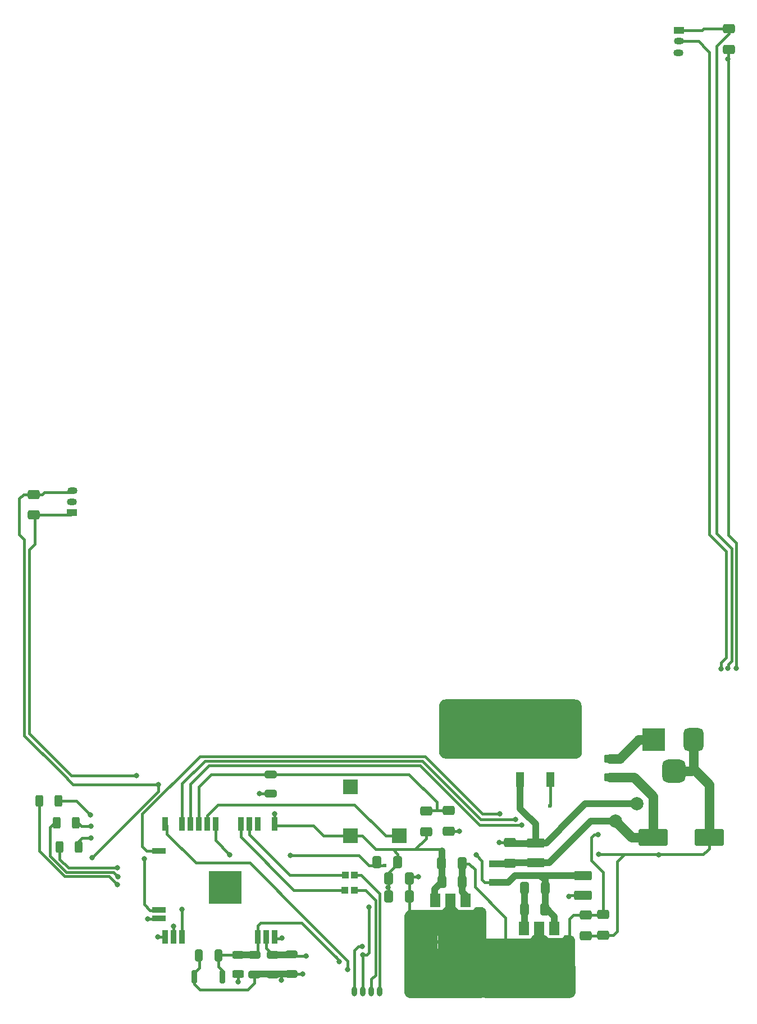
<source format=gbr>
%TF.GenerationSoftware,KiCad,Pcbnew,(6.0.0)*%
%TF.CreationDate,2022-06-08T16:09:46+02:00*%
%TF.ProjectId,HotPlate,486f7450-6c61-4746-952e-6b696361645f,1.0*%
%TF.SameCoordinates,Original*%
%TF.FileFunction,Copper,L2,Bot*%
%TF.FilePolarity,Positive*%
%FSLAX46Y46*%
G04 Gerber Fmt 4.6, Leading zero omitted, Abs format (unit mm)*
G04 Created by KiCad (PCBNEW (6.0.0)) date 2022-06-08 16:09:46*
%MOMM*%
%LPD*%
G01*
G04 APERTURE LIST*
G04 Aperture macros list*
%AMRoundRect*
0 Rectangle with rounded corners*
0 $1 Rounding radius*
0 $2 $3 $4 $5 $6 $7 $8 $9 X,Y pos of 4 corners*
0 Add a 4 corners polygon primitive as box body*
4,1,4,$2,$3,$4,$5,$6,$7,$8,$9,$2,$3,0*
0 Add four circle primitives for the rounded corners*
1,1,$1+$1,$2,$3*
1,1,$1+$1,$4,$5*
1,1,$1+$1,$6,$7*
1,1,$1+$1,$8,$9*
0 Add four rect primitives between the rounded corners*
20,1,$1+$1,$2,$3,$4,$5,0*
20,1,$1+$1,$4,$5,$6,$7,0*
20,1,$1+$1,$6,$7,$8,$9,0*
20,1,$1+$1,$8,$9,$2,$3,0*%
G04 Aperture macros list end*
%TA.AperFunction,ComponentPad*%
%ADD10R,1.524000X1.016000*%
%TD*%
%TA.AperFunction,ComponentPad*%
%ADD11O,1.524000X1.016000*%
%TD*%
%TA.AperFunction,SMDPad,CuDef*%
%ADD12RoundRect,0.250000X0.312500X0.625000X-0.312500X0.625000X-0.312500X-0.625000X0.312500X-0.625000X0*%
%TD*%
%TA.AperFunction,ComponentPad*%
%ADD13R,3.500000X3.500000*%
%TD*%
%TA.AperFunction,ComponentPad*%
%ADD14RoundRect,0.750000X0.750000X1.000000X-0.750000X1.000000X-0.750000X-1.000000X0.750000X-1.000000X0*%
%TD*%
%TA.AperFunction,ComponentPad*%
%ADD15RoundRect,0.875000X0.875000X0.875000X-0.875000X0.875000X-0.875000X-0.875000X0.875000X-0.875000X0*%
%TD*%
%TA.AperFunction,SMDPad,CuDef*%
%ADD16RoundRect,0.250000X-0.412500X-0.650000X0.412500X-0.650000X0.412500X0.650000X-0.412500X0.650000X0*%
%TD*%
%TA.AperFunction,SMDPad,CuDef*%
%ADD17RoundRect,0.250000X0.325000X0.650000X-0.325000X0.650000X-0.325000X-0.650000X0.325000X-0.650000X0*%
%TD*%
%TA.AperFunction,SMDPad,CuDef*%
%ADD18R,1.200000X2.200000*%
%TD*%
%TA.AperFunction,SMDPad,CuDef*%
%ADD19R,5.800000X6.400000*%
%TD*%
%TA.AperFunction,SMDPad,CuDef*%
%ADD20RoundRect,0.250000X0.412500X0.650000X-0.412500X0.650000X-0.412500X-0.650000X0.412500X-0.650000X0*%
%TD*%
%TA.AperFunction,SMDPad,CuDef*%
%ADD21O,0.800000X1.500000*%
%TD*%
%TA.AperFunction,SMDPad,CuDef*%
%ADD22RoundRect,0.200000X-0.200000X-0.800000X0.200000X-0.800000X0.200000X0.800000X-0.200000X0.800000X0*%
%TD*%
%TA.AperFunction,SMDPad,CuDef*%
%ADD23RoundRect,0.250001X-1.074999X0.462499X-1.074999X-0.462499X1.074999X-0.462499X1.074999X0.462499X0*%
%TD*%
%TA.AperFunction,SMDPad,CuDef*%
%ADD24RoundRect,0.250000X0.650000X-0.325000X0.650000X0.325000X-0.650000X0.325000X-0.650000X-0.325000X0*%
%TD*%
%TA.AperFunction,SMDPad,CuDef*%
%ADD25R,1.500000X2.000000*%
%TD*%
%TA.AperFunction,SMDPad,CuDef*%
%ADD26R,3.800000X2.000000*%
%TD*%
%TA.AperFunction,SMDPad,CuDef*%
%ADD27RoundRect,0.250000X0.650000X-0.412500X0.650000X0.412500X-0.650000X0.412500X-0.650000X-0.412500X0*%
%TD*%
%TA.AperFunction,SMDPad,CuDef*%
%ADD28RoundRect,0.250000X-0.650000X0.325000X-0.650000X-0.325000X0.650000X-0.325000X0.650000X0.325000X0*%
%TD*%
%TA.AperFunction,SMDPad,CuDef*%
%ADD29R,1.100000X1.100000*%
%TD*%
%TA.AperFunction,SMDPad,CuDef*%
%ADD30R,0.900000X2.000000*%
%TD*%
%TA.AperFunction,SMDPad,CuDef*%
%ADD31R,2.000000X0.900000*%
%TD*%
%TA.AperFunction,SMDPad,CuDef*%
%ADD32R,5.000000X5.000000*%
%TD*%
%TA.AperFunction,SMDPad,CuDef*%
%ADD33RoundRect,0.250000X-0.650000X0.412500X-0.650000X-0.412500X0.650000X-0.412500X0.650000X0.412500X0*%
%TD*%
%TA.AperFunction,SMDPad,CuDef*%
%ADD34RoundRect,0.250000X-1.950000X-1.000000X1.950000X-1.000000X1.950000X1.000000X-1.950000X1.000000X0*%
%TD*%
%TA.AperFunction,SMDPad,CuDef*%
%ADD35R,1.000000X1.000000*%
%TD*%
%TA.AperFunction,SMDPad,CuDef*%
%ADD36RoundRect,0.250000X0.625000X-0.375000X0.625000X0.375000X-0.625000X0.375000X-0.625000X-0.375000X0*%
%TD*%
%TA.AperFunction,SMDPad,CuDef*%
%ADD37RoundRect,0.250000X0.625000X-0.312500X0.625000X0.312500X-0.625000X0.312500X-0.625000X-0.312500X0*%
%TD*%
%TA.AperFunction,SMDPad,CuDef*%
%ADD38R,2.195000X2.195000*%
%TD*%
%TA.AperFunction,ViaPad*%
%ADD39C,0.800000*%
%TD*%
%TA.AperFunction,ViaPad*%
%ADD40C,1.000000*%
%TD*%
%TA.AperFunction,ViaPad*%
%ADD41C,3.000000*%
%TD*%
%TA.AperFunction,ViaPad*%
%ADD42C,2.000000*%
%TD*%
%TA.AperFunction,ViaPad*%
%ADD43C,0.610000*%
%TD*%
%TA.AperFunction,Conductor*%
%ADD44C,0.400000*%
%TD*%
%TA.AperFunction,Conductor*%
%ADD45C,1.000000*%
%TD*%
%TA.AperFunction,Conductor*%
%ADD46C,1.400000*%
%TD*%
%TA.AperFunction,Conductor*%
%ADD47C,0.250000*%
%TD*%
G04 APERTURE END LIST*
D10*
%TO.P,LMT1,1,VDD*%
%TO.N,/3V3*%
X10605000Y-98060000D03*
D11*
%TO.P,LMT1,2,OUT*%
%TO.N,/IO13_TempData*%
X10575000Y-96450000D03*
%TO.P,LMT1,3,GND*%
%TO.N,/GND*%
X10635000Y-94730000D03*
%TD*%
D10*
%TO.P,LMT2,1,VDD*%
%TO.N,/3V3*%
X102079125Y-25400000D03*
D11*
%TO.P,LMT2,2,OUT*%
%TO.N,/IO15_TempData*%
X102109125Y-27010000D03*
%TO.P,LMT2,3,GND*%
%TO.N,/GND*%
X102049125Y-28730000D03*
%TD*%
D12*
%TO.P,LEDR1,1*%
%TO.N,Net-(LEDR1-Pad1)*%
X8575000Y-141470000D03*
%TO.P,LEDR1,2*%
%TO.N,/IO12_LEDB*%
X5650000Y-141470000D03*
%TD*%
D13*
%TO.P,J1,1*%
%TO.N,Net-(5A1-Pad2)*%
X98320000Y-132252500D03*
D14*
%TO.P,J1,2*%
%TO.N,/GND*%
X104320000Y-132252500D03*
D15*
%TO.P,J1,3*%
X101320000Y-136952500D03*
%TD*%
D16*
%TO.P,LC1,1*%
%TO.N,/GND*%
X66337148Y-153642500D03*
%TO.P,LC1,2*%
%TO.N,/5V0*%
X69462148Y-153642500D03*
%TD*%
D17*
%TO.P,ESP_RST_C1,1*%
%TO.N,/RST_EN_RTS*%
X32659648Y-164780000D03*
%TO.P,ESP_RST_C1,2*%
%TO.N,/GND*%
X29709648Y-164780000D03*
%TD*%
D18*
%TO.P,UMW30N6,1,D*%
%TO.N,/IO19_Gate*%
X82710000Y-138220000D03*
D19*
%TO.P,UMW30N6,2,G*%
%TO.N,Element*%
X80430000Y-131920000D03*
D18*
%TO.P,UMW30N6,3,S*%
%TO.N,/GND*%
X78150000Y-138220000D03*
%TD*%
D16*
%TO.P,LC3,1*%
%TO.N,/GND*%
X66307148Y-150892500D03*
%TO.P,LC3,2*%
%TO.N,/5V0*%
X69432148Y-150892500D03*
%TD*%
D20*
%TO.P,LC2,1*%
%TO.N,/3V3*%
X61422500Y-155860000D03*
%TO.P,LC2,2*%
%TO.N,/GND*%
X58297500Y-155860000D03*
%TD*%
D21*
%TO.P,J2,1,Pin_1*%
%TO.N,Net-(D1-Pad2)*%
X53165000Y-170149500D03*
%TO.P,J2,2,Pin_2*%
%TO.N,/GND*%
X54435000Y-170149500D03*
%TO.P,J2,3,Pin_3*%
%TO.N,Net-(CRX1-Pad1)*%
X55705000Y-170149500D03*
%TO.P,J2,4,Pin_4*%
%TO.N,Net-(CTX1-Pad1)*%
X56975000Y-170149500D03*
%TD*%
D22*
%TO.P,RST1,1,1*%
%TO.N,/GND*%
X29054648Y-167930000D03*
%TO.P,RST1,2,2*%
%TO.N,/RST_EN_RTS*%
X33254648Y-167930000D03*
%TD*%
D23*
%TO.P,SMAJ18A1,1,A1*%
%TO.N,/GND*%
X80500000Y-147785000D03*
%TO.P,SMAJ18A1,2,A2*%
%TO.N,Element*%
X80500000Y-150760000D03*
%TD*%
%TO.P,D1,1,K*%
%TO.N,/VIN-D*%
X87660000Y-152732500D03*
%TO.P,D1,2,A*%
%TO.N,Net-(D1-Pad2)*%
X87660000Y-155707500D03*
%TD*%
D24*
%TO.P,ESP_EN_C1,1*%
%TO.N,/GND*%
X38064648Y-167585000D03*
%TO.P,ESP_EN_C1,2*%
%TO.N,/RST_EN_RTS*%
X38064648Y-164635000D03*
%TD*%
D25*
%TO.P,ZLDO1117-3.3,1,GND*%
%TO.N,/GND*%
X65330000Y-156440000D03*
%TO.P,ZLDO1117-3.3,2,VO*%
%TO.N,/3V3*%
X67630000Y-156440000D03*
D26*
X67630000Y-162740000D03*
D25*
%TO.P,ZLDO1117-3.3,3,VI*%
%TO.N,/5V0*%
X69930000Y-156440000D03*
%TD*%
D27*
%TO.P,PR1,1*%
%TO.N,/VIN-D*%
X67405000Y-146035000D03*
%TO.P,PR1,2*%
%TO.N,VccDiv*%
X67405000Y-142910000D03*
%TD*%
%TO.P,TC1,1*%
%TO.N,/3V3*%
X4840000Y-98402500D03*
%TO.P,TC1,2*%
%TO.N,/GND*%
X4840000Y-95277500D03*
%TD*%
D28*
%TO.P,ESPC2,1*%
%TO.N,/3V3*%
X40874648Y-164635000D03*
%TO.P,ESPC2,2*%
%TO.N,/GND*%
X40874648Y-167585000D03*
%TD*%
D12*
%TO.P,LEDR3,1*%
%TO.N,Net-(LEDR3-Pad1)*%
X11615000Y-148400000D03*
%TO.P,LEDR3,2*%
%TO.N,/IO27_LEDR*%
X8690000Y-148400000D03*
%TD*%
D28*
%TO.P,ESPC1,1*%
%TO.N,/3V3*%
X43694648Y-164565000D03*
%TO.P,ESPC1,2*%
%TO.N,/GND*%
X43694648Y-167515000D03*
%TD*%
D29*
%TO.P,PD50,1,K*%
%TO.N,/VIN-D*%
X73990000Y-153710000D03*
%TO.P,PD50,2,A*%
%TO.N,Element*%
X73990000Y-150910000D03*
%TD*%
D25*
%TO.P,ZLDO1117-5.0,1,GND*%
%TO.N,/GND*%
X78725352Y-160680000D03*
%TO.P,ZLDO1117-5.0,2,VO*%
%TO.N,/5V0*%
X81025352Y-160680000D03*
D26*
X81025352Y-166980000D03*
D25*
%TO.P,ZLDO1117-5.0,3,VI*%
%TO.N,/VIN-D*%
X83325352Y-160680000D03*
%TD*%
D30*
%TO.P,ESP32-WROOM32,1,GND*%
%TO.N,/GND*%
X41175000Y-161970000D03*
%TO.P,ESP32-WROOM32,2,VDD*%
%TO.N,/3V3*%
X39905000Y-161970000D03*
%TO.P,ESP32-WROOM32,3,EN*%
%TO.N,/RST_EN_RTS*%
X38635000Y-161970000D03*
%TO.P,ESP32-WROOM32,12,IO27*%
%TO.N,/IO27_LEDR*%
X27205000Y-161970000D03*
%TO.P,ESP32-WROOM32,13,IO14*%
%TO.N,/IO14_LEDG*%
X25935000Y-161970000D03*
%TO.P,ESP32-WROOM32,14,IO12*%
%TO.N,/IO12_LEDB*%
X24665000Y-161970000D03*
D31*
%TO.P,ESP32-WROOM32,15,GND*%
%TO.N,/GND*%
X23665000Y-159185000D03*
%TO.P,ESP32-WROOM32,16,IO13*%
%TO.N,/IO13_TempData*%
X23665000Y-157915000D03*
%TO.P,ESP32-WROOM32,23,IO15*%
%TO.N,/IO15_TempData*%
X23665000Y-149025000D03*
D30*
%TO.P,ESP32-WROOM32,25,IO0*%
%TO.N,/IO0_BOOT_DTR*%
X24665000Y-144970000D03*
%TO.P,ESP32-WROOM32,27,IO16*%
%TO.N,/IO16_UD2RX_NexTX*%
X27205000Y-144970000D03*
%TO.P,ESP32-WROOM32,28,IO17*%
%TO.N,/IO17_UD2TX_NexRX*%
X28475000Y-144970000D03*
%TO.P,ESP32-WROOM32,29,IO5*%
%TO.N,VccDiv*%
X29745000Y-144970000D03*
%TO.P,ESP32-WROOM32,30,IO18*%
%TO.N,/IO18_BUZZER*%
X31015000Y-144970000D03*
%TO.P,ESP32-WROOM32,31,IO19*%
%TO.N,/IO19_Gate*%
X32285000Y-144970000D03*
%TO.P,ESP32-WROOM32,34,RXD0/IO3*%
%TO.N,/IO03RX*%
X36095000Y-144970000D03*
%TO.P,ESP32-WROOM32,35,TXD0/IO1*%
%TO.N,/IO01TX*%
X37365000Y-144970000D03*
%TO.P,ESP32-WROOM32,36,IO22*%
%TO.N,unconnected-(ESP32-WROOM32-Pad36)*%
X38635000Y-144970000D03*
%TO.P,ESP32-WROOM32,38,GND*%
%TO.N,/GND*%
X41175000Y-144970000D03*
D32*
%TO.P,ESP32-WROOM32,39,GND*%
X33675000Y-154470000D03*
%TD*%
D16*
%TO.P,LC7,1*%
%TO.N,/GND*%
X78797500Y-154610000D03*
%TO.P,LC7,2*%
%TO.N,/VIN-D*%
X81922500Y-154610000D03*
%TD*%
%TO.P,LC5,1*%
%TO.N,/GND*%
X78782852Y-157830000D03*
%TO.P,LC5,2*%
%TO.N,/VIN-D*%
X81907852Y-157830000D03*
%TD*%
D27*
%TO.P,PC2,1*%
%TO.N,Element*%
X76624648Y-150852500D03*
%TO.P,PC2,2*%
%TO.N,/GND*%
X76624648Y-147727500D03*
%TD*%
D12*
%TO.P,LEDR2,1*%
%TO.N,Net-(LEDR2-Pad1)*%
X11205000Y-144780000D03*
%TO.P,LEDR2,2*%
%TO.N,/IO14_LEDG*%
X8280000Y-144780000D03*
%TD*%
D27*
%TO.P,PR2,1*%
%TO.N,/GND*%
X63995000Y-146115000D03*
%TO.P,PR2,2*%
%TO.N,VccDiv*%
X63995000Y-142990000D03*
%TD*%
D33*
%TO.P,TC2,1*%
%TO.N,/3V3*%
X109670000Y-25137500D03*
%TO.P,TC2,2*%
%TO.N,/GND*%
X109670000Y-28262500D03*
%TD*%
D20*
%TO.P,LC4,1*%
%TO.N,/3V3*%
X61492500Y-153120000D03*
%TO.P,LC4,2*%
%TO.N,/GND*%
X58367500Y-153120000D03*
%TD*%
D34*
%TO.P,PC1,1*%
%TO.N,Element*%
X98247500Y-146970000D03*
%TO.P,PC1,2*%
%TO.N,/GND*%
X106647500Y-146970000D03*
%TD*%
D16*
%TO.P,HR1,1*%
%TO.N,/IO19_Gate*%
X56587500Y-150650000D03*
%TO.P,HR1,2*%
%TO.N,/GND*%
X59712500Y-150650000D03*
%TD*%
D35*
%TO.P,CTX1,1,1*%
%TO.N,Net-(CTX1-Pad1)*%
X53204648Y-152650000D03*
%TD*%
%TO.P,CRX2,1,1*%
%TO.N,/IO01TX*%
X51804648Y-152660000D03*
%TD*%
%TO.P,CRX1,1,1*%
%TO.N,Net-(CRX1-Pad1)*%
X53129648Y-154920000D03*
%TD*%
D33*
%TO.P,LC6,1*%
%TO.N,/5V0*%
X88030000Y-158617500D03*
%TO.P,LC6,2*%
%TO.N,/GND*%
X88030000Y-161742500D03*
%TD*%
D36*
%TO.P,5A1,1*%
%TO.N,Element*%
X91710000Y-137870000D03*
%TO.P,5A1,2*%
%TO.N,Net-(5A1-Pad2)*%
X91710000Y-135070000D03*
%TD*%
D37*
%TO.P,ENR1,1*%
%TO.N,/3V3*%
X35614648Y-167572500D03*
%TO.P,ENR1,2*%
%TO.N,/RST_EN_RTS*%
X35614648Y-164647500D03*
%TD*%
D38*
%TO.P,BUZZER1,1,-*%
%TO.N,/IO18_BUZZER*%
X59974648Y-146750000D03*
%TO.P,BUZZER1,2,+*%
%TO.N,/GND*%
X52574648Y-146750000D03*
%TO.P,BUZZER1,3*%
%TO.N,N/C*%
X52574648Y-139350000D03*
%TD*%
D35*
%TO.P,CTX2,1,1*%
%TO.N,/IO03RX*%
X51739648Y-154920000D03*
%TD*%
D28*
%TO.P,ESPC4,1*%
%TO.N,VccDiv*%
X40534648Y-137445000D03*
%TO.P,ESPC4,2*%
%TO.N,/GND*%
X40534648Y-140395000D03*
%TD*%
D33*
%TO.P,LC8,1*%
%TO.N,/5V0*%
X90680000Y-158597500D03*
%TO.P,LC8,2*%
%TO.N,/GND*%
X90680000Y-161722500D03*
%TD*%
D39*
%TO.N,/5V0*%
X89920000Y-146520000D03*
%TO.N,/VIN-D*%
X68980000Y-146040000D03*
X71520000Y-149600000D03*
%TO.N,/GND*%
X99050000Y-149560000D03*
X54400000Y-164660000D03*
D40*
X66390000Y-148970000D03*
D39*
X23614648Y-138980000D03*
X42264648Y-162160000D03*
D40*
X78360000Y-147860000D03*
D39*
X38834648Y-140370000D03*
X45380000Y-167520000D03*
X90020000Y-149530000D03*
D40*
X78860000Y-156240000D03*
D39*
X41119648Y-143395000D03*
D41*
X33619648Y-154680000D03*
D39*
X22015000Y-159215000D03*
X13617852Y-150050000D03*
D42*
X95730000Y-141910000D03*
D39*
X74990000Y-147700000D03*
X58280000Y-154490000D03*
X55360000Y-157490000D03*
X42160000Y-168500000D03*
X109500000Y-29710000D03*
X110770000Y-121450000D03*
%TO.N,/3V3*%
X45890000Y-164860000D03*
X35660000Y-168750000D03*
X62850000Y-152850000D03*
X109510000Y-121520000D03*
X20310000Y-137640000D03*
%TO.N,/RST_EN_RTS*%
X50880000Y-165650000D03*
%TO.N,/IO13_TempData*%
X21510000Y-150180000D03*
%TO.N,/IO0_BOOT_DTR*%
X52160000Y-166850000D03*
%TO.N,/IO16_UD2RX_NexTX*%
X77480000Y-144240000D03*
%TO.N,/IO17_UD2TX_NexRX*%
X78430000Y-145070000D03*
%TO.N,Net-(LEDR1-Pad1)*%
X13382500Y-143570000D03*
%TO.N,Net-(LEDR2-Pad1)*%
X13442500Y-145300000D03*
%TO.N,Net-(LEDR3-Pad1)*%
X13472500Y-147070000D03*
%TO.N,/IO19_Gate*%
X43544648Y-149680000D03*
D43*
X57779648Y-151232500D03*
D39*
X34369648Y-149555000D03*
D43*
X82670000Y-142220000D03*
D39*
%TO.N,/IO14_LEDG*%
X17480000Y-152850000D03*
X25940000Y-160310000D03*
%TO.N,/IO12_LEDB*%
X23570000Y-161970000D03*
X17470000Y-154080000D03*
%TO.N,/IO15_TempData*%
X75130000Y-143410000D03*
X108430000Y-121580000D03*
%TO.N,/IO27_LEDR*%
X17450000Y-151570000D03*
X27205000Y-157805000D03*
D42*
%TO.N,Element*%
X79059648Y-130515000D03*
X92520000Y-144490000D03*
X81739648Y-130375000D03*
X78989648Y-133615000D03*
X81819648Y-133545000D03*
D39*
%TO.N,Net-(D1-Pad2)*%
X54370000Y-163390000D03*
X85485000Y-155855000D03*
%TD*%
D44*
%TO.N,/5V0*%
X71370000Y-151820000D02*
X71370000Y-154430000D01*
X69849648Y-154030000D02*
X69462148Y-153642500D01*
X90680000Y-152210000D02*
X90680000Y-158597500D01*
X88880000Y-147000000D02*
X88880000Y-150410000D01*
X86162500Y-158617500D02*
X88030000Y-158617500D01*
X88976250Y-158660000D02*
X90483750Y-158660000D01*
X81070000Y-163910000D02*
X84320000Y-163910000D01*
X81070000Y-163910000D02*
X81070000Y-166575000D01*
X69514648Y-150810000D02*
X69432148Y-150892500D01*
D45*
X69462148Y-153642500D02*
X69462148Y-150922500D01*
D44*
X89360000Y-146520000D02*
X88880000Y-147000000D01*
X70470000Y-150920000D02*
X71370000Y-151820000D01*
X85580000Y-159200000D02*
X86162500Y-158617500D01*
X69462148Y-150922500D02*
X69432148Y-150892500D01*
X90483750Y-158660000D02*
X90496250Y-158647500D01*
X69462148Y-150922500D02*
X69464648Y-150920000D01*
X75970000Y-159030000D02*
X75970000Y-162450000D01*
X88030000Y-158617500D02*
X90660000Y-158617500D01*
X81070000Y-160260000D02*
X81070000Y-163330000D01*
X77430000Y-163910000D02*
X81070000Y-163910000D01*
D45*
X69462148Y-155172148D02*
X69462148Y-153642500D01*
D44*
X85580000Y-162650000D02*
X85580000Y-159200000D01*
X81070000Y-163345000D02*
X81070000Y-163910000D01*
X69464648Y-150920000D02*
X70470000Y-150920000D01*
X71370000Y-154430000D02*
X75970000Y-159030000D01*
X84320000Y-163910000D02*
X85580000Y-162650000D01*
X88880000Y-150410000D02*
X90680000Y-152210000D01*
D45*
X69969438Y-156462555D02*
X69969438Y-155679438D01*
D44*
X75970000Y-162450000D02*
X77430000Y-163910000D01*
D45*
X69969438Y-155679438D02*
X69462148Y-155172148D01*
D44*
X89920000Y-146520000D02*
X89360000Y-146520000D01*
D45*
%TO.N,/VIN-D*%
X76340000Y-153710000D02*
X73990000Y-153710000D01*
D44*
X72420000Y-150500000D02*
X72420000Y-153310000D01*
X72420000Y-153310000D02*
X72820000Y-153710000D01*
X72820000Y-153710000D02*
X73990000Y-153710000D01*
D45*
X83325352Y-158862852D02*
X83325352Y-160680000D01*
X79080000Y-152680000D02*
X77370000Y-152680000D01*
D44*
X71497500Y-149622500D02*
X71520000Y-149600000D01*
X71520000Y-149600000D02*
X72420000Y-150500000D01*
D45*
X81842500Y-157380000D02*
X83325352Y-158862852D01*
X79080000Y-152680000D02*
X87607500Y-152680000D01*
X77370000Y-152680000D02*
X76340000Y-153710000D01*
X81922500Y-153432852D02*
X81922500Y-154610000D01*
X81922500Y-154610000D02*
X81922500Y-157300000D01*
X87607500Y-152680000D02*
X87660000Y-152732500D01*
D44*
X67405000Y-146035000D02*
X68955000Y-146035000D01*
D45*
X81189648Y-152700000D02*
X81922500Y-153432852D01*
D44*
%TO.N,/GND*%
X109517500Y-101377500D02*
X110730000Y-102590000D01*
X92810000Y-161100000D02*
X92810000Y-150600000D01*
X90680000Y-161722500D02*
X92187500Y-161722500D01*
D45*
X78164648Y-138170000D02*
X78164648Y-142630000D01*
D46*
X104320000Y-132252500D02*
X104320000Y-135590000D01*
D44*
X58297500Y-153190000D02*
X58367500Y-153120000D01*
X13617852Y-150022148D02*
X23614648Y-140025352D01*
D46*
X104320000Y-135590000D02*
X104320000Y-136600000D01*
D44*
X45375000Y-167515000D02*
X45380000Y-167520000D01*
X52574648Y-146750000D02*
X54384648Y-146750000D01*
X9055000Y-137265000D02*
X8875000Y-137085000D01*
D45*
X66390000Y-148970000D02*
X66390000Y-151800000D01*
D44*
X8875000Y-137085000D02*
X3400000Y-131610000D01*
X13617852Y-150050000D02*
X13617852Y-150022148D01*
X66200000Y-148780000D02*
X66390000Y-148970000D01*
X54435000Y-164695000D02*
X54400000Y-164660000D01*
X40534648Y-140395000D02*
X38849648Y-140395000D01*
D45*
X65249648Y-156582500D02*
X65249648Y-154730000D01*
D44*
X29814648Y-165940000D02*
X29814648Y-164885000D01*
X106647500Y-148637148D02*
X106387324Y-148897324D01*
X41119648Y-145180000D02*
X46944648Y-145180000D01*
D45*
X78752324Y-143217676D02*
X80500000Y-144965352D01*
D46*
X104320000Y-136600000D02*
X103967500Y-136952500D01*
D44*
X58367500Y-152312500D02*
X58367500Y-153120000D01*
D46*
X103967500Y-136952500D02*
X101320000Y-136952500D01*
D44*
X52574648Y-146750000D02*
X48514648Y-146750000D01*
X3400000Y-131610000D02*
X3400000Y-102080000D01*
X9055000Y-137265000D02*
X10770000Y-138980000D01*
X29894648Y-169920000D02*
X37074648Y-169920000D01*
D45*
X43702148Y-167570000D02*
X41967148Y-167570000D01*
D44*
X23554648Y-138920000D02*
X23614648Y-138980000D01*
X92810000Y-150600000D02*
X93880000Y-149530000D01*
X59712500Y-150967500D02*
X58367500Y-152312500D01*
X93880000Y-149530000D02*
X101370000Y-149530000D01*
X5170000Y-95310000D02*
X6120000Y-95310000D01*
X8875000Y-137085000D02*
X7760000Y-135970000D01*
D45*
X78797500Y-154610000D02*
X78797500Y-160607852D01*
X76757148Y-147860000D02*
X76624648Y-147727500D01*
D44*
X106647500Y-146970000D02*
X106647500Y-148637148D01*
X23655000Y-159215000D02*
X23679648Y-159215000D01*
X101370000Y-149530000D02*
X101974648Y-149530000D01*
X92187500Y-161722500D02*
X92810000Y-161100000D01*
D45*
X86255000Y-143615000D02*
X87960000Y-141910000D01*
D44*
X37074648Y-169920000D02*
X38064648Y-168930000D01*
X110730000Y-121410000D02*
X110770000Y-121450000D01*
D45*
X78164648Y-142630000D02*
X78752324Y-143217676D01*
D44*
X63995000Y-147125000D02*
X63995000Y-146115000D01*
X29054648Y-167330000D02*
X29804648Y-166580000D01*
X105754648Y-149530000D02*
X106387324Y-148897324D01*
D45*
X78360000Y-147860000D02*
X76757148Y-147860000D01*
X66337148Y-153642500D02*
X66337148Y-151852852D01*
D44*
X6420000Y-95010000D02*
X6120000Y-95310000D01*
X29814648Y-166580000D02*
X29814648Y-165940000D01*
X62340000Y-148780000D02*
X66200000Y-148780000D01*
D45*
X79714648Y-144180000D02*
X79432324Y-143897676D01*
D44*
X3282500Y-95277500D02*
X2660000Y-95900000D01*
X41119648Y-145180000D02*
X41119648Y-143395000D01*
X74980000Y-147710000D02*
X76977500Y-147710000D01*
X66337148Y-150922500D02*
X66307148Y-150892500D01*
X59682148Y-151222500D02*
X59682148Y-149487500D01*
X42134648Y-167690000D02*
X41959648Y-167515000D01*
X59682148Y-149487500D02*
X58974648Y-148780000D01*
X42170000Y-168520000D02*
X42170000Y-167420000D01*
X38849648Y-140395000D02*
X38834648Y-140380000D01*
X88030000Y-161742500D02*
X90660000Y-161742500D01*
X58974648Y-148780000D02*
X62340000Y-148780000D01*
X29054648Y-169080000D02*
X29894648Y-169920000D01*
X54435000Y-166795000D02*
X54435000Y-164695000D01*
D45*
X80500000Y-147785000D02*
X82085000Y-147785000D01*
D44*
X41119648Y-162180000D02*
X42204648Y-162180000D01*
X110730000Y-102590000D02*
X110730000Y-121410000D01*
X59712500Y-150650000D02*
X59712500Y-150967500D01*
X23614648Y-140025352D02*
X23614648Y-138980000D01*
D46*
X106647500Y-138977500D02*
X106647500Y-146970000D01*
D44*
X56414648Y-148780000D02*
X58974648Y-148780000D01*
X54435000Y-170149500D02*
X54435000Y-166795000D01*
X101370000Y-149530000D02*
X105754648Y-149530000D01*
D47*
X66390000Y-151800000D02*
X66337148Y-151852852D01*
D44*
X23679648Y-159215000D02*
X22015000Y-159215000D01*
X109517500Y-28332500D02*
X109517500Y-101377500D01*
D45*
X78752324Y-143217676D02*
X79432324Y-143897676D01*
D44*
X55360000Y-162200000D02*
X55360000Y-164290000D01*
X54384648Y-146750000D02*
X56414648Y-148780000D01*
X62340000Y-148780000D02*
X63995000Y-147125000D01*
D45*
X65249648Y-154730000D02*
X66337148Y-153642500D01*
D44*
X90020000Y-149530000D02*
X93880000Y-149530000D01*
X2660000Y-101340000D02*
X3400000Y-102080000D01*
X48514648Y-146750000D02*
X47624648Y-145860000D01*
X46944648Y-145180000D02*
X47624648Y-145860000D01*
X54435000Y-166795000D02*
X54435000Y-166645000D01*
D46*
X104320000Y-136650000D02*
X106647500Y-138977500D01*
D45*
X41950000Y-167570000D02*
X38125000Y-167570000D01*
X87960000Y-141910000D02*
X95730000Y-141910000D01*
D44*
X10410000Y-95010000D02*
X6420000Y-95010000D01*
D45*
X38134648Y-167515000D02*
X38064648Y-167585000D01*
D44*
X52124648Y-147200000D02*
X52574648Y-146750000D01*
X10770000Y-138980000D02*
X23614648Y-138980000D01*
X2660000Y-95900000D02*
X2660000Y-101340000D01*
D45*
X66337148Y-151852852D02*
X66337148Y-150922500D01*
X80500000Y-144965352D02*
X80500000Y-147785000D01*
D44*
X55360000Y-162200000D02*
X55360000Y-157490000D01*
D45*
X82085000Y-147785000D02*
X86255000Y-143615000D01*
D44*
X58297500Y-155860000D02*
X58297500Y-153190000D01*
X29054648Y-167930000D02*
X29054648Y-169080000D01*
X38064648Y-168930000D02*
X38064648Y-167585000D01*
X54990000Y-164660000D02*
X54400000Y-164660000D01*
X55360000Y-164290000D02*
X54990000Y-164660000D01*
D45*
X79714648Y-147860000D02*
X78360000Y-147860000D01*
D44*
X4840000Y-95277500D02*
X3282500Y-95277500D01*
X43694648Y-167515000D02*
X45375000Y-167515000D01*
D46*
X104320000Y-136600000D02*
X104320000Y-136650000D01*
D44*
%TO.N,/3V3*%
X46034648Y-164800000D02*
X43929648Y-164800000D01*
X4130000Y-131290000D02*
X4130000Y-103640000D01*
X6477500Y-98332500D02*
X10372500Y-98332500D01*
X4130000Y-103640000D02*
X4980000Y-102790000D01*
X61422500Y-155860000D02*
X61422500Y-153190000D01*
X4980000Y-98332500D02*
X6477500Y-98332500D01*
D45*
X40944648Y-164565000D02*
X40874648Y-164635000D01*
D44*
X109670000Y-25850000D02*
X109670000Y-25137500D01*
X10372500Y-98332500D02*
X10380000Y-98340000D01*
X43929648Y-164800000D02*
X43694648Y-164565000D01*
X109540000Y-120860000D02*
X110040000Y-120360000D01*
X107750000Y-30990000D02*
X107750000Y-33290000D01*
X61716250Y-152880000D02*
X62803750Y-152880000D01*
X35614648Y-168704648D02*
X35660000Y-168750000D01*
X109540000Y-120860000D02*
X109540000Y-121490000D01*
X39849648Y-162180000D02*
X39849648Y-163610000D01*
X61422500Y-153190000D02*
X61492500Y-153120000D01*
X107750000Y-30990000D02*
X107750000Y-27770000D01*
X9005000Y-136165000D02*
X4130000Y-131290000D01*
X102079125Y-25400000D02*
X105590000Y-25400000D01*
X62082500Y-159292500D02*
X61422500Y-158632500D01*
X67549648Y-159292500D02*
X67549648Y-162882500D01*
X109540000Y-121490000D02*
X109510000Y-121520000D01*
X107750000Y-101150000D02*
X107750000Y-30990000D01*
X39849648Y-163610000D02*
X40874648Y-164635000D01*
D45*
X43685000Y-164620000D02*
X40935000Y-164620000D01*
D44*
X105590000Y-25400000D02*
X105852500Y-25137500D01*
X6477500Y-98332500D02*
X7137500Y-98332500D01*
X110040000Y-120360000D02*
X110040000Y-103440000D01*
X4980000Y-102790000D02*
X4980000Y-98332500D01*
X110040000Y-103440000D02*
X107750000Y-101150000D01*
X9005000Y-136165000D02*
X10480000Y-137640000D01*
X107750000Y-27770000D02*
X109670000Y-25850000D01*
X61422500Y-158632500D02*
X61422500Y-155860000D01*
X35614648Y-167572500D02*
X35614648Y-168704648D01*
X67669438Y-156462555D02*
X67789648Y-156342345D01*
X67549648Y-156582500D02*
X67549648Y-159292500D01*
X10480000Y-137640000D02*
X20310000Y-137640000D01*
X67549648Y-159292500D02*
X62082500Y-159292500D01*
X109670000Y-25137500D02*
X105852500Y-25137500D01*
%TO.N,VccDiv*%
X40534648Y-137445000D02*
X61415000Y-137445000D01*
X67405000Y-142910000D02*
X65610000Y-142910000D01*
X31575000Y-137445000D02*
X29689648Y-139330352D01*
X29689648Y-139330352D02*
X29689648Y-145180000D01*
X65610000Y-141640000D02*
X65610000Y-142910000D01*
X40534648Y-137445000D02*
X31575000Y-137445000D01*
X61415000Y-137445000D02*
X65610000Y-141640000D01*
X65610000Y-142910000D02*
X63725000Y-142910000D01*
%TO.N,Net-(CRX1-Pad1)*%
X56355000Y-167675000D02*
X56355000Y-156405000D01*
X55734648Y-168295352D02*
X56355000Y-167675000D01*
X55364824Y-155415176D02*
X54869648Y-154920000D01*
X55705000Y-170149500D02*
X55734648Y-170119852D01*
X55365176Y-155415176D02*
X55364824Y-155415176D01*
X56355000Y-156405000D02*
X55365176Y-155415176D01*
X54869648Y-154920000D02*
X53129648Y-154920000D01*
X55734648Y-170119852D02*
X55734648Y-168295352D01*
%TO.N,/IO03RX*%
X51739648Y-154920000D02*
X44040000Y-154920000D01*
X36039648Y-146919648D02*
X36039648Y-145180000D01*
X44040000Y-154920000D02*
X36039648Y-146919648D01*
%TO.N,Net-(CTX1-Pad1)*%
X57000000Y-168150000D02*
X57000000Y-155470000D01*
X56994648Y-168155352D02*
X57000000Y-168150000D01*
X56994648Y-170129852D02*
X56994648Y-168155352D01*
X57000000Y-155470000D02*
X54180000Y-152650000D01*
X56975000Y-170149500D02*
X56994648Y-170129852D01*
X54180000Y-152650000D02*
X53204648Y-152650000D01*
%TO.N,/IO01TX*%
X37309648Y-146565000D02*
X43404648Y-152660000D01*
X43404648Y-152660000D02*
X51804648Y-152660000D01*
X37309648Y-145180000D02*
X37309648Y-146565000D01*
%TO.N,/RST_EN_RTS*%
X46545000Y-161155000D02*
X46140000Y-160750000D01*
X45210000Y-159820000D02*
X39034648Y-159820000D01*
X46545000Y-161155000D02*
X45210000Y-159820000D01*
X32509648Y-165285000D02*
X33147148Y-164647500D01*
X50215000Y-164825000D02*
X50880000Y-165490000D01*
X32659648Y-166475000D02*
X32659648Y-164780000D01*
D45*
X35614648Y-164647500D02*
X38052148Y-164647500D01*
X38052148Y-164647500D02*
X38064648Y-164635000D01*
D44*
X38579648Y-164120000D02*
X38064648Y-164635000D01*
X46545000Y-161155000D02*
X50215000Y-164825000D01*
X50880000Y-165490000D02*
X50880000Y-165650000D01*
X33254648Y-167070000D02*
X32659648Y-166475000D01*
X50215000Y-164825000D02*
X50420000Y-165030000D01*
X38579648Y-160275000D02*
X38579648Y-164120000D01*
X39034648Y-159820000D02*
X38579648Y-160275000D01*
X33147148Y-164647500D02*
X35614648Y-164647500D01*
%TO.N,/IO13_TempData*%
X21510000Y-157070000D02*
X21510000Y-150180000D01*
X23679648Y-157945000D02*
X22385000Y-157945000D01*
X22385000Y-157945000D02*
X21510000Y-157070000D01*
%TO.N,/IO0_BOOT_DTR*%
X46425000Y-159835000D02*
X37390000Y-150800000D01*
X46500000Y-159900000D02*
X46490000Y-159900000D01*
X29260000Y-150800000D02*
X24920000Y-146460000D01*
X37390000Y-150800000D02*
X29260000Y-150800000D01*
X24920000Y-146460000D02*
X24920000Y-145225000D01*
X46490000Y-159900000D02*
X46425000Y-159835000D01*
X52160000Y-165570000D02*
X52160000Y-166850000D01*
X24920000Y-145225000D02*
X24665000Y-144970000D01*
X46425000Y-159835000D02*
X52160000Y-165570000D01*
%TO.N,/IO16_UD2RX_NexTX*%
X30610000Y-135410000D02*
X63420000Y-135410000D01*
X63420000Y-135410000D02*
X72250000Y-144240000D01*
X27149648Y-145180000D02*
X27149648Y-138870352D01*
X72250000Y-144240000D02*
X77480000Y-144240000D01*
X27149648Y-138870352D02*
X30610000Y-135410000D01*
%TO.N,/IO17_UD2TX_NexRX*%
X28419648Y-138920352D02*
X31250000Y-136090000D01*
X28419648Y-145180000D02*
X28419648Y-138920352D01*
X63030000Y-136090000D02*
X72010000Y-145070000D01*
X72010000Y-145070000D02*
X78430000Y-145070000D01*
X31250000Y-136090000D02*
X63030000Y-136090000D01*
D46*
%TO.N,Net-(5A1-Pad2)*%
X93180000Y-135070000D02*
X95997500Y-132252500D01*
X95997500Y-132252500D02*
X98320000Y-132252500D01*
X91710000Y-135070000D02*
X93180000Y-135070000D01*
D44*
%TO.N,Net-(LEDR1-Pad1)*%
X11282500Y-141470000D02*
X13382500Y-143570000D01*
X8575000Y-141470000D02*
X11282500Y-141470000D01*
%TO.N,Net-(LEDR2-Pad1)*%
X11502500Y-144780000D02*
X11205000Y-144780000D01*
X12022500Y-145300000D02*
X11502500Y-144780000D01*
X12022500Y-145300000D02*
X13442500Y-145300000D01*
%TO.N,Net-(LEDR3-Pad1)*%
X12062500Y-147070000D02*
X13472500Y-147070000D01*
X11615000Y-147517500D02*
X12062500Y-147070000D01*
X11615000Y-148400000D02*
X11615000Y-147517500D01*
%TO.N,/IO19_Gate*%
X56466448Y-151346210D02*
X56466448Y-150699210D01*
X56557148Y-151222500D02*
X55407148Y-151222500D01*
X43544648Y-149680000D02*
X53864648Y-149680000D01*
X53864648Y-149680000D02*
X55407148Y-151222500D01*
X57769648Y-151222500D02*
X57779648Y-151232500D01*
X56557148Y-151222500D02*
X57769648Y-151222500D01*
X32229648Y-147415000D02*
X34369648Y-149555000D01*
X82720000Y-138150000D02*
X82720000Y-142150000D01*
X32229648Y-145180000D02*
X32229648Y-147415000D01*
%TO.N,/IO14_LEDG*%
X25935000Y-161970000D02*
X25935000Y-160375000D01*
X7262500Y-148282500D02*
X7262500Y-149742500D01*
X16810000Y-152180000D02*
X17480000Y-152850000D01*
X9700000Y-152180000D02*
X16810000Y-152180000D01*
X7262500Y-145440000D02*
X7922500Y-144780000D01*
X7262500Y-149742500D02*
X9700000Y-152180000D01*
X7922500Y-144780000D02*
X8280000Y-144780000D01*
X7262500Y-148282500D02*
X7262500Y-145440000D01*
%TO.N,/IO12_LEDB*%
X5650000Y-145880000D02*
X5650000Y-148990000D01*
X16180000Y-152790000D02*
X17470000Y-154080000D01*
X5650000Y-148990000D02*
X9450000Y-152790000D01*
X24665000Y-161970000D02*
X23570000Y-161970000D01*
X5650000Y-145880000D02*
X5650000Y-141470000D01*
X9450000Y-152790000D02*
X16180000Y-152790000D01*
%TO.N,/IO15_TempData*%
X108450000Y-121560000D02*
X108430000Y-121580000D01*
X108450000Y-120650000D02*
X108450000Y-121560000D01*
X21190000Y-148350000D02*
X21190000Y-143440000D01*
X106700000Y-101350000D02*
X106700000Y-32250000D01*
X106700000Y-28660000D02*
X106350000Y-28310000D01*
X21190000Y-143440000D02*
X29860000Y-134770000D01*
X109220000Y-119880000D02*
X109220000Y-103870000D01*
X106700000Y-32250000D02*
X106700000Y-28660000D01*
X102360000Y-26760000D02*
X102290000Y-26830000D01*
X29860000Y-134770000D02*
X63830000Y-134770000D01*
X63830000Y-134770000D02*
X72470000Y-143410000D01*
X72470000Y-143410000D02*
X75130000Y-143410000D01*
X105050000Y-27010000D02*
X102109125Y-27010000D01*
X23665000Y-149025000D02*
X21865000Y-149025000D01*
X109220000Y-103870000D02*
X106700000Y-101350000D01*
X106700000Y-33530000D02*
X106700000Y-32250000D01*
X108450000Y-120650000D02*
X109220000Y-119880000D01*
X21865000Y-149025000D02*
X21190000Y-148350000D01*
X106350000Y-28310000D02*
X105050000Y-27010000D01*
%TO.N,/IO27_LEDR*%
X27205000Y-161970000D02*
X27205000Y-157805000D01*
X17450000Y-151570000D02*
X10030000Y-151570000D01*
X8690000Y-150230000D02*
X8690000Y-148400000D01*
X10030000Y-151570000D02*
X8690000Y-150230000D01*
%TO.N,/IO18_BUZZER*%
X53164648Y-142020000D02*
X57894648Y-146750000D01*
X30959648Y-143635000D02*
X32574648Y-142020000D01*
X32574648Y-142020000D02*
X53164648Y-142020000D01*
X57894648Y-146750000D02*
X59974648Y-146750000D01*
X30959648Y-145180000D02*
X30959648Y-143635000D01*
D45*
%TO.N,Element*%
X79990000Y-150790000D02*
X82520000Y-150790000D01*
X79990000Y-150790000D02*
X76687148Y-150790000D01*
X82520000Y-150790000D02*
X86075000Y-147235000D01*
X86075000Y-147235000D02*
X88820000Y-144490000D01*
X88820000Y-144490000D02*
X92520000Y-144490000D01*
X76697148Y-150780000D02*
X76624648Y-150852500D01*
D46*
X98247500Y-140797500D02*
X98247500Y-146970000D01*
X95000000Y-146970000D02*
X92520000Y-144490000D01*
D45*
X76687148Y-150790000D02*
X76624648Y-150852500D01*
X76567148Y-150910000D02*
X74307500Y-150910000D01*
D44*
X76427203Y-150655055D02*
X76624648Y-150852500D01*
X76624648Y-150852500D02*
X76567148Y-150910000D01*
D46*
X98247500Y-146970000D02*
X95000000Y-146970000D01*
X95320000Y-137870000D02*
X98247500Y-140797500D01*
X91710000Y-137870000D02*
X95320000Y-137870000D01*
D44*
%TO.N,Net-(D1-Pad2)*%
X53770000Y-163390000D02*
X54370000Y-163390000D01*
X53165000Y-170149500D02*
X53165000Y-163995000D01*
X53165000Y-163995000D02*
X53770000Y-163390000D01*
X85632500Y-155707500D02*
X85485000Y-155855000D01*
X87660000Y-155707500D02*
X85632500Y-155707500D01*
X85485000Y-155855000D02*
X85370000Y-155970000D01*
%TD*%
%TA.AperFunction,Conductor*%
%TO.N,Element*%
G36*
X68807138Y-126161327D02*
G01*
X75566654Y-126164477D01*
X86422089Y-126169535D01*
X86434368Y-126170141D01*
X86517100Y-126178285D01*
X86610028Y-126187433D01*
X86634130Y-126192213D01*
X86797166Y-126241476D01*
X86819875Y-126250840D01*
X86953847Y-126322084D01*
X86970254Y-126330809D01*
X86990720Y-126344406D01*
X87112583Y-126443774D01*
X87122715Y-126452036D01*
X87140152Y-126469345D01*
X87248754Y-126600552D01*
X87262500Y-126620917D01*
X87343569Y-126770699D01*
X87353102Y-126793345D01*
X87403561Y-126956013D01*
X87408518Y-126980078D01*
X87427100Y-127155605D01*
X87427796Y-127167886D01*
X87481982Y-134103670D01*
X87481458Y-134116179D01*
X87468087Y-134261742D01*
X87465022Y-134295103D01*
X87460274Y-134319655D01*
X87421311Y-134450014D01*
X87410623Y-134485772D01*
X87401117Y-134508905D01*
X87340031Y-134623632D01*
X87319635Y-134661937D01*
X87305751Y-134682732D01*
X87195639Y-134816661D01*
X87177918Y-134834305D01*
X87043527Y-134943840D01*
X87022666Y-134957640D01*
X86869291Y-135038468D01*
X86846116Y-135047876D01*
X86679793Y-135096817D01*
X86655216Y-135101461D01*
X86476229Y-135117134D01*
X86463716Y-135117605D01*
X86362425Y-135116382D01*
X86328429Y-135115971D01*
X83355751Y-135080069D01*
X83355491Y-135080067D01*
X83350000Y-135080000D01*
X66930119Y-135070580D01*
X66917755Y-135069963D01*
X66740744Y-135052383D01*
X66716465Y-135047526D01*
X66552276Y-134997485D01*
X66529421Y-134987977D01*
X66378182Y-134906789D01*
X66357634Y-134892998D01*
X66225198Y-134783803D01*
X66207735Y-134766251D01*
X66099219Y-134633271D01*
X66085525Y-134612642D01*
X66005110Y-134461007D01*
X65995714Y-134438098D01*
X65960271Y-134319661D01*
X65946505Y-134273657D01*
X65941772Y-134249357D01*
X65925089Y-134072263D01*
X65924535Y-134059880D01*
X65934310Y-131882579D01*
X65955501Y-127162141D01*
X65956160Y-127149831D01*
X65974254Y-126973777D01*
X65979157Y-126949633D01*
X66029340Y-126786399D01*
X66038848Y-126763670D01*
X66119841Y-126613314D01*
X66133589Y-126592870D01*
X66242289Y-126461152D01*
X66259748Y-126443779D01*
X66392010Y-126335727D01*
X66412515Y-126322084D01*
X66546355Y-126250841D01*
X66563272Y-126241837D01*
X66586040Y-126232445D01*
X66749535Y-126183067D01*
X66773694Y-126178286D01*
X66914938Y-126164477D01*
X66949839Y-126161065D01*
X66962158Y-126160467D01*
X68807138Y-126161327D01*
G37*
%TD.AperFunction*%
%TD*%
%TA.AperFunction,Conductor*%
%TO.N,/3V3*%
G36*
X67884000Y-157336792D02*
G01*
X67884000Y-157421885D01*
X67888475Y-157437124D01*
X67889865Y-157438329D01*
X67897548Y-157440000D01*
X68351023Y-157440000D01*
X68406460Y-157452851D01*
X68456347Y-157477293D01*
X68475643Y-157488997D01*
X68480357Y-157492470D01*
X68606190Y-157585170D01*
X68614953Y-157592253D01*
X68951229Y-157889938D01*
X71101229Y-157889938D01*
X71250615Y-157654969D01*
X71321383Y-157569679D01*
X71344571Y-157547996D01*
X71421441Y-157492470D01*
X71449309Y-157477272D01*
X71537620Y-157442720D01*
X71568403Y-157434970D01*
X71670519Y-157422623D01*
X71686398Y-157421714D01*
X72223575Y-157424927D01*
X72237605Y-157425795D01*
X72287012Y-157431632D01*
X72401856Y-157445202D01*
X72429185Y-157451579D01*
X72544473Y-157492470D01*
X72578381Y-157504497D01*
X72603626Y-157516769D01*
X72737406Y-157601408D01*
X72759308Y-157618965D01*
X72871031Y-157731123D01*
X72888498Y-157753087D01*
X72972620Y-157887202D01*
X72984790Y-157912489D01*
X73012874Y-157992654D01*
X73037129Y-158061891D01*
X73043400Y-158089248D01*
X73057602Y-158213599D01*
X73062167Y-158253567D01*
X73062981Y-158267596D01*
X73064349Y-158922108D01*
X73074423Y-163740000D01*
X73087890Y-170180898D01*
X73087307Y-170193272D01*
X73070221Y-170370212D01*
X73065435Y-170394490D01*
X73015898Y-170558709D01*
X73006461Y-170581581D01*
X72929310Y-170726331D01*
X72925779Y-170732956D01*
X72912052Y-170753544D01*
X72803347Y-170886225D01*
X72785860Y-170903735D01*
X72653314Y-171012614D01*
X72632743Y-171026367D01*
X72557110Y-171066803D01*
X72481475Y-171107241D01*
X72458616Y-171116707D01*
X72310798Y-171161505D01*
X72294458Y-171166457D01*
X72270187Y-171171274D01*
X72231002Y-171175109D01*
X72093270Y-171188587D01*
X72080896Y-171189186D01*
X61703209Y-171180810D01*
X61690882Y-171180196D01*
X61514638Y-171162726D01*
X61490461Y-171157905D01*
X61326944Y-171108258D01*
X61304175Y-171098826D01*
X61153442Y-171018282D01*
X61132946Y-171004596D01*
X61000789Y-170896246D01*
X60983346Y-170878826D01*
X60874815Y-170746816D01*
X60861096Y-170726331D01*
X60780353Y-170575721D01*
X60770886Y-170552957D01*
X60721017Y-170389509D01*
X60716163Y-170365337D01*
X60698455Y-170189121D01*
X60697824Y-170176796D01*
X60683844Y-163734135D01*
X60683817Y-163721885D01*
X65730000Y-163721885D01*
X65734475Y-163737124D01*
X65735865Y-163738329D01*
X65743548Y-163740000D01*
X67357885Y-163740000D01*
X67373124Y-163735525D01*
X67374329Y-163734135D01*
X67376000Y-163726452D01*
X67376000Y-163721885D01*
X67884000Y-163721885D01*
X67888475Y-163737124D01*
X67889865Y-163738329D01*
X67897548Y-163740000D01*
X69511885Y-163740000D01*
X69527124Y-163735525D01*
X69528329Y-163734135D01*
X69530000Y-163726452D01*
X69530000Y-163012115D01*
X69525525Y-162996876D01*
X69524135Y-162995671D01*
X69516452Y-162994000D01*
X67902115Y-162994000D01*
X67886876Y-162998475D01*
X67885671Y-162999865D01*
X67884000Y-163007548D01*
X67884000Y-163721885D01*
X67376000Y-163721885D01*
X67376000Y-163012115D01*
X67371525Y-162996876D01*
X67370135Y-162995671D01*
X67362452Y-162994000D01*
X65748115Y-162994000D01*
X65732876Y-162998475D01*
X65731671Y-162999865D01*
X65730000Y-163007548D01*
X65730000Y-163721885D01*
X60683817Y-163721885D01*
X60681096Y-162467885D01*
X65730000Y-162467885D01*
X65734475Y-162483124D01*
X65735865Y-162484329D01*
X65743548Y-162486000D01*
X67357885Y-162486000D01*
X67373124Y-162481525D01*
X67374329Y-162480135D01*
X67376000Y-162472452D01*
X67376000Y-162467885D01*
X67884000Y-162467885D01*
X67888475Y-162483124D01*
X67889865Y-162484329D01*
X67897548Y-162486000D01*
X69511885Y-162486000D01*
X69527124Y-162481525D01*
X69528329Y-162480135D01*
X69530000Y-162472452D01*
X69530000Y-161758115D01*
X69525525Y-161742876D01*
X69524135Y-161741671D01*
X69516452Y-161740000D01*
X67902115Y-161740000D01*
X67886876Y-161744475D01*
X67885671Y-161745865D01*
X67884000Y-161753548D01*
X67884000Y-162467885D01*
X67376000Y-162467885D01*
X67376000Y-161758115D01*
X67371525Y-161742876D01*
X67370135Y-161741671D01*
X67362452Y-161740000D01*
X65748115Y-161740000D01*
X65732876Y-161744475D01*
X65731671Y-161745865D01*
X65730000Y-161753548D01*
X65730000Y-162467885D01*
X60681096Y-162467885D01*
X60673416Y-158928293D01*
X60673998Y-158915943D01*
X60691054Y-158739080D01*
X60695833Y-158714813D01*
X60745313Y-158550659D01*
X60754741Y-158527792D01*
X60835337Y-158376465D01*
X60849051Y-158355880D01*
X60957660Y-158223210D01*
X60975127Y-158205706D01*
X61107554Y-158096816D01*
X61128107Y-158083058D01*
X61279261Y-158002132D01*
X61302108Y-157992654D01*
X61466155Y-157942818D01*
X61490412Y-157937986D01*
X61667236Y-157920546D01*
X61679604Y-157919938D01*
X66341229Y-157919938D01*
X66640630Y-157624954D01*
X66649849Y-157616723D01*
X66787799Y-157505209D01*
X66808430Y-157491642D01*
X66813467Y-157488997D01*
X66879268Y-157454444D01*
X66937845Y-157440000D01*
X67357885Y-157440000D01*
X67373124Y-157435525D01*
X67374329Y-157434135D01*
X67376000Y-157426452D01*
X67376000Y-157333137D01*
X67884000Y-157336792D01*
G37*
%TD.AperFunction*%
%TD*%
%TA.AperFunction,Conductor*%
%TO.N,/5V0*%
G36*
X81279352Y-161661885D02*
G01*
X81283827Y-161677124D01*
X81285217Y-161678329D01*
X81292900Y-161680000D01*
X81757234Y-161680000D01*
X81762315Y-161678508D01*
X81812387Y-161674250D01*
X81813290Y-161674355D01*
X81841641Y-161681049D01*
X81944535Y-161718345D01*
X81970597Y-161731374D01*
X82062174Y-161791315D01*
X82084549Y-161809989D01*
X82170000Y-161900000D01*
X82350000Y-162140000D01*
X84500000Y-162140000D01*
X84640000Y-161910000D01*
X84706288Y-161827148D01*
X84729425Y-161804803D01*
X84801522Y-161751124D01*
X84829564Y-161735364D01*
X84912906Y-161701689D01*
X84944026Y-161693544D01*
X85030289Y-161682441D01*
X85041248Y-161681031D01*
X85057331Y-161680000D01*
X85612947Y-161680000D01*
X85627007Y-161680787D01*
X85712958Y-161690439D01*
X85793226Y-161699452D01*
X85820643Y-161705688D01*
X85971881Y-161758417D01*
X85997231Y-161770578D01*
X86087643Y-161827151D01*
X86133011Y-161855539D01*
X86155036Y-161873023D01*
X86268585Y-161985977D01*
X86286184Y-162007910D01*
X86371854Y-162143236D01*
X86384150Y-162168525D01*
X86437674Y-162319486D01*
X86444054Y-162346869D01*
X86463592Y-162512984D01*
X86464453Y-162527040D01*
X86504685Y-170179233D01*
X86504140Y-170191621D01*
X86487579Y-170368797D01*
X86482860Y-170393116D01*
X86433740Y-170557647D01*
X86424355Y-170580572D01*
X86343991Y-170732318D01*
X86330302Y-170752963D01*
X86319824Y-170765816D01*
X86221803Y-170886052D01*
X86204342Y-170903617D01*
X86071899Y-171012908D01*
X86051335Y-171026720D01*
X85900075Y-171107983D01*
X85877206Y-171117505D01*
X85712964Y-171167605D01*
X85688675Y-171172468D01*
X85511606Y-171190083D01*
X85499221Y-171190702D01*
X79156903Y-171195110D01*
X73124659Y-171199302D01*
X73112332Y-171198705D01*
X73024073Y-171190083D01*
X72935902Y-171181469D01*
X72911696Y-171176676D01*
X72747963Y-171127184D01*
X72725154Y-171117765D01*
X72574209Y-171037310D01*
X72553676Y-171023628D01*
X72540578Y-171012908D01*
X72526024Y-171000998D01*
X72421304Y-170915293D01*
X72403830Y-170897870D01*
X72295112Y-170765816D01*
X72281368Y-170745320D01*
X72200473Y-170594607D01*
X72190988Y-170571826D01*
X72141020Y-170408239D01*
X72136157Y-170384047D01*
X72118408Y-170207675D01*
X72117775Y-170195338D01*
X72117740Y-170179233D01*
X72112829Y-167961885D01*
X79125352Y-167961885D01*
X79129827Y-167977124D01*
X79131217Y-167978329D01*
X79138900Y-167980000D01*
X80753237Y-167980000D01*
X80768476Y-167975525D01*
X80769681Y-167974135D01*
X80771352Y-167966452D01*
X80771352Y-167961885D01*
X81279352Y-167961885D01*
X81283827Y-167977124D01*
X81285217Y-167978329D01*
X81292900Y-167980000D01*
X82907237Y-167980000D01*
X82922476Y-167975525D01*
X82923681Y-167974135D01*
X82925352Y-167966452D01*
X82925352Y-167252115D01*
X82920877Y-167236876D01*
X82919487Y-167235671D01*
X82911804Y-167234000D01*
X81297467Y-167234000D01*
X81282228Y-167238475D01*
X81281023Y-167239865D01*
X81279352Y-167247548D01*
X81279352Y-167961885D01*
X80771352Y-167961885D01*
X80771352Y-167252115D01*
X80766877Y-167236876D01*
X80765487Y-167235671D01*
X80757804Y-167234000D01*
X79143467Y-167234000D01*
X79128228Y-167238475D01*
X79127023Y-167239865D01*
X79125352Y-167247548D01*
X79125352Y-167961885D01*
X72112829Y-167961885D01*
X72110051Y-166707885D01*
X79125352Y-166707885D01*
X79129827Y-166723124D01*
X79131217Y-166724329D01*
X79138900Y-166726000D01*
X80753237Y-166726000D01*
X80768476Y-166721525D01*
X80769681Y-166720135D01*
X80771352Y-166712452D01*
X80771352Y-166707885D01*
X81279352Y-166707885D01*
X81283827Y-166723124D01*
X81285217Y-166724329D01*
X81292900Y-166726000D01*
X82907237Y-166726000D01*
X82922476Y-166721525D01*
X82923681Y-166720135D01*
X82925352Y-166712452D01*
X82925352Y-165998115D01*
X82920877Y-165982876D01*
X82919487Y-165981671D01*
X82911804Y-165980000D01*
X81297467Y-165980000D01*
X81282228Y-165984475D01*
X81281023Y-165985865D01*
X81279352Y-165993548D01*
X81279352Y-166707885D01*
X80771352Y-166707885D01*
X80771352Y-165998115D01*
X80766877Y-165982876D01*
X80765487Y-165981671D01*
X80757804Y-165980000D01*
X79143467Y-165980000D01*
X79128228Y-165984475D01*
X79127023Y-165985865D01*
X79125352Y-165993548D01*
X79125352Y-166707885D01*
X72110051Y-166707885D01*
X72102234Y-163178414D01*
X72102815Y-163166045D01*
X72119864Y-162989177D01*
X72124643Y-162964908D01*
X72174117Y-162800751D01*
X72183544Y-162777884D01*
X72264138Y-162626549D01*
X72277849Y-162605968D01*
X72386459Y-162473291D01*
X72403929Y-162455782D01*
X72536358Y-162346885D01*
X72556913Y-162333126D01*
X72708068Y-162252198D01*
X72730915Y-162242720D01*
X72894961Y-162192883D01*
X72919219Y-162188050D01*
X73096053Y-162170608D01*
X73108421Y-162170000D01*
X79740000Y-162170000D01*
X79880000Y-161915000D01*
X79947693Y-161823256D01*
X79971039Y-161799144D01*
X80047258Y-161739014D01*
X80076144Y-161721920D01*
X80165533Y-161684047D01*
X80197906Y-161675186D01*
X80218533Y-161672414D01*
X80262097Y-161674170D01*
X80288899Y-161680000D01*
X80753237Y-161680000D01*
X80768476Y-161675525D01*
X80769681Y-161674135D01*
X80771352Y-161666452D01*
X80771352Y-161660000D01*
X81279352Y-161660000D01*
X81279352Y-161661885D01*
G37*
%TD.AperFunction*%
%TD*%
M02*

</source>
